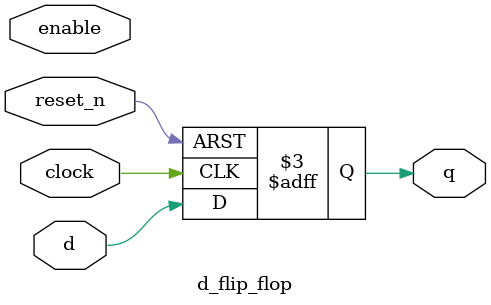
<source format=v>
module morse_encoder_main(KEY, SW, LEDR, CLOCK_50);
	input [1:0] KEY;
	input [2:0] SW;
	input CLOCK_50;
	output [9:0] LEDR;
	
	wire [12:0] shift_register_load;
	wire [27:0] divider_count;
	wire enable;
	assign enable = (divider_count == 0) ? 1 : 0;
	
	LUT block0(
		.c(SW[2:0]),
		.m(shift_register_load)
	);
	
	rate_divider block1(
		.clock(CLOCK_50),
		.reset_n(KEY[0]),
		.count(divider_count)
	);
	
	shift_register block2(
		.enable(enable),
		.LoadVal(shift_register_load),
		.reset_n(KEY[0]),
		.Load_n(KEY[1]),
		.clk(CLOCK_50),
		.out(LEDR[0])
	);
endmodule
	
module LUT(c, m);
	input [2:0] c;
	output reg [12:0] m; //output's length is 13 bits
	
	always @(*)
	begin
		case(c[2:0])
			3'b000: m <= 13'b0000000010101;
			3'b001: m <= 13'b0000000000111;
			3'b010: m <= 13'b0000001110101;
			3'b011: m <= 13'b0000111010101;
			3'b100: m <= 13'b0000111011101;
			3'b101: m <= 13'b0011101010111;
			3'b110: m <= 13'b1110111010111;
			3'b111: m <= 13'b0010101110111;
		endcase
	end
	
endmodule

module rate_divider(clock, reset_n, count);
	input reset_n;
	input clock;
	output reg [27:0] count; 

	always @(posedge clock)
	begin
		 if (reset_n == 1'b0)
			  count <= 5 * (10 ** 7) / 2 - 1;
		 else if (count == 0)
			  count <= 5 * (10 ** 7) / 2 - 1;
		 else
			  count <= count - 1;
	end

endmodule

module shift_register(enable, LoadVal,  reset_n, Load_n,  clk, out);
	input enable;
	input reset_n;
	wire ShiftRight;
	input clk;
	input Load_n;
	input [12:0] LoadVal; //connected to LUT
	wire [12:0] Q;
	output out;
	assign out = Q[0];
   
	assign ShiftRight = (enable == 1) ? 1 : 0;
	
	ShifterBit sb12(
		.enable(enable),
		.load_val(LoadVal[12]),
		.in(0),
	   .shift(ShiftRight),
		.load_n(Load_n),
		.reset_n(reset_n),
		.out(Q[12]),
		.clk(clk)
	);
	
	
	
	ShifterBit sb11(
		.enable(enable),
		.load_val(LoadVal[11]),
		.in(Q[12]),
	   .shift(ShiftRight),
		.load_n(Load_n),
		.reset_n(reset_n),
		.out(Q[11]),
		.clk(clk)
	);
	
	
	
	
	ShifterBit sb10(
		.enable(enable),
		.load_val(LoadVal[10]),
		.in(Q[11]),
	   .shift(ShiftRight),
		.load_n(Load_n),
		.reset_n(reset_n),
		.out(Q[10]),
		.clk(clk)
	);
	
	
	ShifterBit sb9(
		.enable(enable),
		.load_val(LoadVal[9]),
		.in(Q[10]),
	   .shift(ShiftRight),
		.load_n(Load_n),
		.reset_n(reset_n),
		.out(Q[9]),
		.clk(clk)
	);
	
	ShifterBit sb8(
		.load_val(LoadVal[8]),
		.in(Q[9]),
	   .shift(ShiftRight),
		.load_n(Load_n),
		.reset_n(reset_n),
		.out(Q[8]),
		.clk(clk)
	);
	
	ShifterBit sb7(
		.enable(enable),
		.load_val(LoadVal[7]),
		.in(Q[8]),
	   .shift(ShiftRight),
		.load_n(Load_n),
		.reset_n(reset_n),
		.out(Q[7]),
		.clk(clk)
	);
	
	ShifterBit sb6(
		.enable(enable),
		.load_val(LoadVal[6]),
		.in(Q[7]),
	   .shift(ShiftRight),
		.load_n(Load_n),
		.reset_n(reset_n),
		.out(Q[6]),
		.clk(clk)
	);

	ShifterBit sb5(
		.enable(enable),
		.load_val(LoadVal[5]),
		.in(Q[6]),
	   .shift(ShiftRight),
		.load_n(Load_n),
		.reset_n(reset_n),
		.out(Q[5]),
		.clk(clk)
	);
	
	ShifterBit sb4(
		.enable(enable),
		.load_val(LoadVal[4]),
		.in(Q[5]),
	   .shift(ShiftRight),
		.load_n(Load_n),
		.reset_n(reset_n),
		.out(Q[4]),
		.clk(clk)
	);
	
	
	ShifterBit sb3(
		.enable(enable),
		.load_val(LoadVal[3]),
		.in(Q[4]),
	   .shift(ShiftRight),
		.load_n(Load_n),
		.reset_n(reset_n),
		.out(Q[3]),
		.clk(clk)
	);



	ShifterBit sb2(
		.enable(enable),
		.load_val(LoadVal[2]),
		.in(Q[3]),
	   .shift(ShiftRight),
		.load_n(Load_n),
		.reset_n(reset_n),
		.out(Q[2]),
		.clk(clk)
	);


	ShifterBit sb1(
		.enable(enable),
		.load_val(LoadVal[1]),
		.in(Q[2]),
	   .shift(ShiftRight),
		.load_n(Load_n),
		.reset_n(reset_n),
		.out(Q[1]),
		.clk(clk)
	);

	
	ShifterBit sb0(
		.enable(enable),
		.load_val(LoadVal[0]),
		.in(Q[1]),
	   .shift(ShiftRight),
		.load_n(Load_n),
		.reset_n(reset_n),
		.out(Q[0]),
		.clk(clk)
	);
	
endmodule


module ShifterBit(enable, load_val, in, shift, clk, load_n, reset_n, out);
	input load_val; // load_val should be 1 bit for every ShifterBit
	input in; // in is also 1 bit for every ShifterBit.
	input shift;
	input load_n;
	input reset_n;
	input clk;
	input enable;
	output out;
	wire mux1_to_mux2;
	wire data_to_dff;
	
	
	mux2to1 mux1 (
		.x(out),
		.y(in),
		.s(shift),
		.m(mux1_to_mux2)
	);
	
	
	mux2to1 mux2 (
		.x(load_val),
		.y(mux1_to_mux2),
		.s(load_n),
		.m(data_to_dff)
	);
	
	d_flip_flop dff (
		.d(data_to_dff),
		.q(out),
		.clock(clk),
		.reset_n(reset_n),
		.enable(enable)
	);
	
endmodule


module mux2to1(x, y, s, m);
    input x; //selected when s is 0
    input y; //selected when s is 1
    input s; //select signal
    output m; //output
  
    assign m = s & y | ~s & x;
    // OR
    // assign m = s ? y : x;

endmodule

module d_flip_flop(d, clock, q, reset_n, enable);
	// one-bit d flip-flop.
	input d;
	input clock;
	input reset_n;
	input enable;
	output q;
	reg q;
	
	always @(posedge clock, negedge reset_n) // Asynchronous reset from reset_n
	
	begin
		if (reset_n == 1'b0)
			q <= 0;
		else
			q <= d;
	end
	
endmodule
</source>
